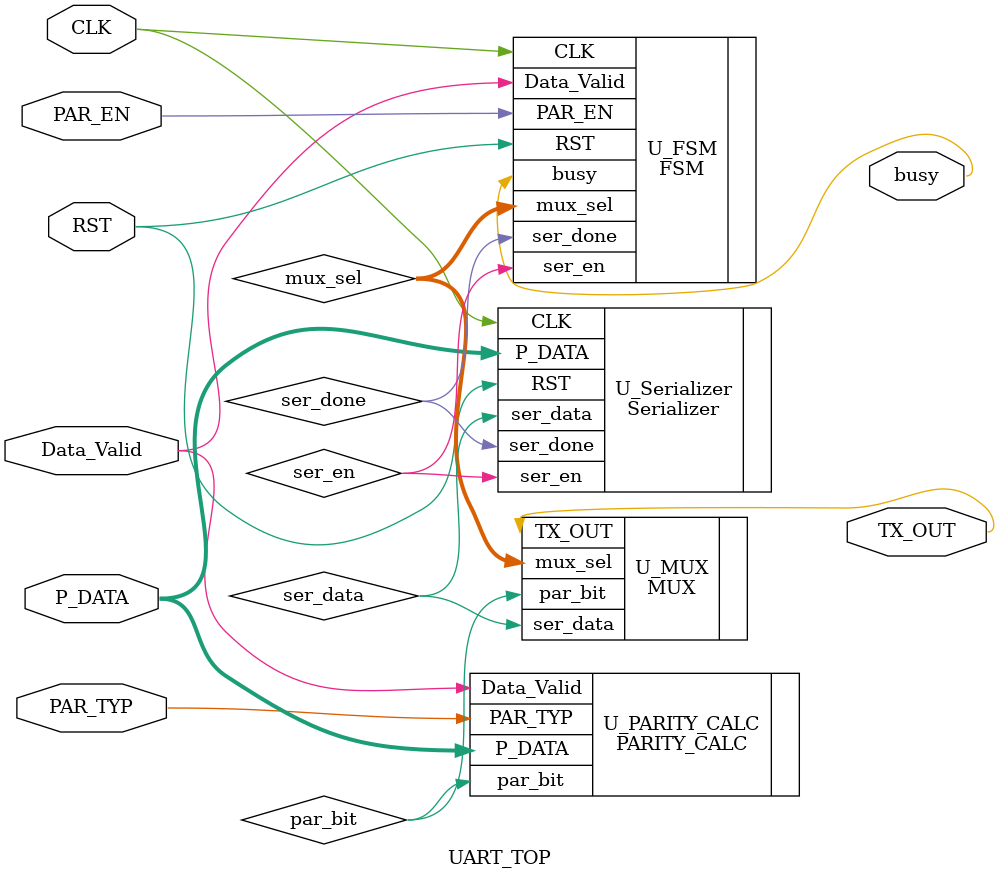
<source format=v>
module UART_TOP #(parameter OP_WIDTH = 8)
(
    input wire [OP_WIDTH-1:0]   P_DATA,
    input wire                  Data_Valid,
    input wire                  PAR_EN,
    input wire                  PAR_TYP,
    input wire                  CLK,RST,
    output wire                 TX_OUT,
    output wire                 busy
);

//internal connections
wire ser_done,ser_en,par_bit,ser_data;
wire [2:0]   mux_sel;

//Serializer block
Serializer U_Serializer(
    .P_DATA(P_DATA),
    .ser_en(ser_en),
    .CLK(CLK),
    .RST(RST),
    .ser_done(ser_done),
    .ser_data(ser_data)
);

//PARITY_CALC block
PARITY_CALC U_PARITY_CALC(
    .P_DATA(P_DATA),
    .Data_Valid(Data_Valid),
    .PAR_TYP(PAR_TYP),
    .par_bit(par_bit)
);

//FSM
FSM U_FSM(
    .CLK(CLK),
    .RST(RST),
    .Data_Valid(Data_Valid),
    .PAR_EN(PAR_EN),
    .ser_done(ser_done),
    .ser_en(ser_en),
    .busy(busy),
    .mux_sel(mux_sel)
);

//MUX
MUX U_MUX(
    //.CLK(CLK),
    //.RST(RST),
    .mux_sel(mux_sel),
    .ser_data(ser_data),
    .par_bit(par_bit),
    .TX_OUT(TX_OUT)
);
endmodule

</source>
